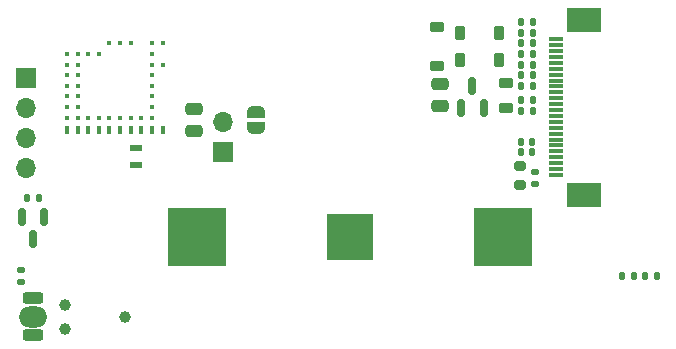
<source format=gbr>
%TF.GenerationSoftware,KiCad,Pcbnew,8.99.0-unknown-77b1d367df~178~ubuntu23.10.1*%
%TF.CreationDate,2024-11-07T11:46:47-05:00*%
%TF.ProjectId,nRF54L_ePaper,6e524635-344c-45f6-9550-617065722e6b,rev?*%
%TF.SameCoordinates,Original*%
%TF.FileFunction,Soldermask,Bot*%
%TF.FilePolarity,Negative*%
%FSLAX46Y46*%
G04 Gerber Fmt 4.6, Leading zero omitted, Abs format (unit mm)*
G04 Created by KiCad (PCBNEW 8.99.0-unknown-77b1d367df~178~ubuntu23.10.1) date 2024-11-07 11:46:47*
%MOMM*%
%LPD*%
G01*
G04 APERTURE LIST*
G04 Aperture macros list*
%AMRoundRect*
0 Rectangle with rounded corners*
0 $1 Rounding radius*
0 $2 $3 $4 $5 $6 $7 $8 $9 X,Y pos of 4 corners*
0 Add a 4 corners polygon primitive as box body*
4,1,4,$2,$3,$4,$5,$6,$7,$8,$9,$2,$3,0*
0 Add four circle primitives for the rounded corners*
1,1,$1+$1,$2,$3*
1,1,$1+$1,$4,$5*
1,1,$1+$1,$6,$7*
1,1,$1+$1,$8,$9*
0 Add four rect primitives between the rounded corners*
20,1,$1+$1,$2,$3,$4,$5,0*
20,1,$1+$1,$4,$5,$6,$7,0*
20,1,$1+$1,$6,$7,$8,$9,0*
20,1,$1+$1,$8,$9,$2,$3,0*%
%AMFreePoly0*
4,1,19,0.500000,-0.750000,0.000000,-0.750000,0.000000,-0.744911,-0.071157,-0.744911,-0.207708,-0.704816,-0.327430,-0.627875,-0.420627,-0.520320,-0.479746,-0.390866,-0.500000,-0.250000,-0.500000,0.250000,-0.479746,0.390866,-0.420627,0.520320,-0.327430,0.627875,-0.207708,0.704816,-0.071157,0.744911,0.000000,0.744911,0.000000,0.750000,0.500000,0.750000,0.500000,-0.750000,0.500000,-0.750000,
$1*%
%AMFreePoly1*
4,1,19,0.000000,0.744911,0.071157,0.744911,0.207708,0.704816,0.327430,0.627875,0.420627,0.520320,0.479746,0.390866,0.500000,0.250000,0.500000,-0.250000,0.479746,-0.390866,0.420627,-0.520320,0.327430,-0.627875,0.207708,-0.704816,0.071157,-0.744911,0.000000,-0.744911,0.000000,-0.750000,-0.500000,-0.750000,-0.500000,0.750000,0.000000,0.750000,0.000000,0.744911,0.000000,0.744911,
$1*%
G04 Aperture macros list end*
%ADD10R,1.700000X1.700000*%
%ADD11O,1.700000X1.700000*%
%ADD12C,0.990600*%
%ADD13RoundRect,0.135000X-0.135000X-0.185000X0.135000X-0.185000X0.135000X0.185000X-0.135000X0.185000X0*%
%ADD14RoundRect,0.135000X-0.185000X0.135000X-0.185000X-0.135000X0.185000X-0.135000X0.185000X0.135000X0*%
%ADD15RoundRect,0.140000X-0.140000X-0.170000X0.140000X-0.170000X0.140000X0.170000X-0.140000X0.170000X0*%
%ADD16RoundRect,0.225000X0.375000X-0.225000X0.375000X0.225000X-0.375000X0.225000X-0.375000X-0.225000X0*%
%ADD17R,1.300000X0.300000*%
%ADD18R,3.000000X2.000000*%
%ADD19FreePoly0,90.000000*%
%ADD20FreePoly1,90.000000*%
%ADD21RoundRect,0.225000X0.225000X0.375000X-0.225000X0.375000X-0.225000X-0.375000X0.225000X-0.375000X0*%
%ADD22RoundRect,0.200000X-0.275000X0.200000X-0.275000X-0.200000X0.275000X-0.200000X0.275000X0.200000X0*%
%ADD23RoundRect,0.135000X0.135000X0.185000X-0.135000X0.185000X-0.135000X-0.185000X0.135000X-0.185000X0*%
%ADD24R,5.000000X5.000000*%
%ADD25R,4.000000X4.000000*%
%ADD26O,2.400000X1.800000*%
%ADD27RoundRect,0.190000X-0.685000X0.285000X-0.685000X-0.285000X0.685000X-0.285000X0.685000X0.285000X0*%
%ADD28RoundRect,0.150000X-0.150000X0.587500X-0.150000X-0.587500X0.150000X-0.587500X0.150000X0.587500X0*%
%ADD29RoundRect,0.250000X0.475000X-0.250000X0.475000X0.250000X-0.475000X0.250000X-0.475000X-0.250000X0*%
%ADD30R,1.100000X0.600000*%
%ADD31RoundRect,0.150000X0.150000X-0.587500X0.150000X0.587500X-0.150000X0.587500X-0.150000X-0.587500X0*%
%ADD32C,0.400000*%
%ADD33R,0.400000X0.500000*%
%ADD34RoundRect,0.218750X-0.381250X0.218750X-0.381250X-0.218750X0.381250X-0.218750X0.381250X0.218750X0*%
G04 APERTURE END LIST*
D10*
%TO.C,JP2*%
X118300000Y-56775000D03*
D11*
X118300000Y-54235000D03*
%TD*%
D10*
%TO.C,J1*%
X101600000Y-50500000D03*
D11*
X101600000Y-53040000D03*
X101600000Y-55580000D03*
X101600000Y-58120000D03*
%TD*%
D12*
%TO.C,J4*%
X109940000Y-70800000D03*
X104860000Y-71816000D03*
X104860000Y-69784000D03*
%TD*%
D13*
%TO.C,R7*%
X101690000Y-60700000D03*
X102710000Y-60700000D03*
%TD*%
%TO.C,R9*%
X152080000Y-67300000D03*
X153100000Y-67300000D03*
%TD*%
D14*
%TO.C,R8*%
X101200000Y-66790000D03*
X101200000Y-67810000D03*
%TD*%
D15*
%TO.C,C23*%
X143495000Y-55925000D03*
X144455000Y-55925000D03*
%TD*%
D16*
%TO.C,D1*%
X136375000Y-49525000D03*
X136375000Y-46225000D03*
%TD*%
D17*
%TO.C,J2*%
X146450000Y-47250000D03*
X146450000Y-47750000D03*
X146450000Y-48250000D03*
X146450000Y-48750000D03*
X146450000Y-49250000D03*
X146450000Y-49750000D03*
X146450000Y-50250000D03*
X146450000Y-50750000D03*
X146450000Y-51250000D03*
X146450000Y-51750000D03*
X146450000Y-52250000D03*
X146450000Y-52750000D03*
X146450000Y-53250000D03*
X146450000Y-53750000D03*
X146450000Y-54250000D03*
X146450000Y-54750000D03*
X146450000Y-55250000D03*
X146450000Y-55750000D03*
X146450000Y-56250000D03*
X146450000Y-56750000D03*
X146450000Y-57250000D03*
X146450000Y-57750000D03*
X146450000Y-58250000D03*
X146450000Y-58750000D03*
D18*
X148800000Y-45600000D03*
X148800000Y-60400000D03*
%TD*%
D15*
%TO.C,C14*%
X143520000Y-46700000D03*
X144480000Y-46700000D03*
%TD*%
D19*
%TO.C,JP1*%
X121100000Y-54750000D03*
D20*
X121100000Y-53450000D03*
%TD*%
D21*
%TO.C,D3*%
X141600000Y-46700000D03*
X138300000Y-46700000D03*
%TD*%
D15*
%TO.C,C24*%
X143495000Y-56800000D03*
X144455000Y-56800000D03*
%TD*%
%TO.C,C20*%
X143520000Y-51200000D03*
X144480000Y-51200000D03*
%TD*%
D14*
%TO.C,R1*%
X144700000Y-58490000D03*
X144700000Y-59510000D03*
%TD*%
D15*
%TO.C,C15*%
X143520000Y-47600000D03*
X144480000Y-47600000D03*
%TD*%
D22*
%TO.C,R3*%
X143400000Y-57975000D03*
X143400000Y-59625000D03*
%TD*%
D15*
%TO.C,C22*%
X143520000Y-52400000D03*
X144480000Y-52400000D03*
%TD*%
%TO.C,C19*%
X143520000Y-50300000D03*
X144480000Y-50300000D03*
%TD*%
D23*
%TO.C,R10*%
X155000000Y-67300000D03*
X153980000Y-67300000D03*
%TD*%
D24*
%TO.C,BT1*%
X116050000Y-64000000D03*
X141950000Y-64000000D03*
D25*
X129000000Y-64000000D03*
%TD*%
D26*
%TO.C,D4*%
X102200000Y-70750000D03*
D27*
X102200000Y-69200000D03*
X102200000Y-72300000D03*
%TD*%
D28*
%TO.C,Q2*%
X101250000Y-62262500D03*
X103150000Y-62262500D03*
X102200000Y-64137500D03*
%TD*%
D15*
%TO.C,C18*%
X143520000Y-49400000D03*
X144480000Y-49400000D03*
%TD*%
D21*
%TO.C,D2*%
X141605000Y-49000000D03*
X138305000Y-49000000D03*
%TD*%
D15*
%TO.C,C17*%
X143520000Y-48500000D03*
X144480000Y-48500000D03*
%TD*%
D29*
%TO.C,C1*%
X115800000Y-55050000D03*
X115800000Y-53150000D03*
%TD*%
D15*
%TO.C,C21*%
X143520000Y-53300000D03*
X144480000Y-53300000D03*
%TD*%
D30*
%TO.C,Y2*%
X110900000Y-57875000D03*
X110900000Y-56475000D03*
%TD*%
D15*
%TO.C,C13*%
X143520000Y-45800000D03*
X144480000Y-45800000D03*
%TD*%
D29*
%TO.C,C2*%
X136630000Y-52940000D03*
X136630000Y-51040000D03*
%TD*%
D31*
%TO.C,Q1*%
X140337500Y-53087500D03*
X138437500Y-53087500D03*
X139387500Y-51212500D03*
%TD*%
D32*
%TO.C,U1*%
X113150000Y-47600000D03*
X113150000Y-49400000D03*
D33*
X113150000Y-55050000D03*
D32*
X113150000Y-54800000D03*
X112250000Y-47600000D03*
X112250000Y-48500000D03*
X112250000Y-49400000D03*
X112250000Y-50300000D03*
X112250000Y-51200000D03*
X112250000Y-52100000D03*
X112250000Y-53000000D03*
X112250000Y-53900000D03*
D33*
X112250000Y-55050000D03*
D32*
X112250000Y-54800000D03*
X111350000Y-53900000D03*
D33*
X111350000Y-55050000D03*
D32*
X111350000Y-54800000D03*
X110450000Y-47600000D03*
X110450000Y-53900000D03*
D33*
X110450000Y-55050000D03*
D32*
X110450000Y-54800000D03*
X109550000Y-47600000D03*
X109550000Y-53900000D03*
D33*
X109550000Y-55050000D03*
D32*
X109550000Y-54800000D03*
X108650000Y-47600000D03*
X108650000Y-53900000D03*
D33*
X108650000Y-55050000D03*
D32*
X108650000Y-54800000D03*
X107750000Y-48500000D03*
X107750000Y-53900000D03*
D33*
X107750000Y-55050000D03*
D32*
X107750000Y-54800000D03*
X106850000Y-48500000D03*
X106850000Y-53900000D03*
D33*
X106850000Y-55050000D03*
D32*
X106850000Y-54800000D03*
X105950000Y-48500000D03*
X105950000Y-49400000D03*
X105950000Y-50300000D03*
X105950000Y-51200000D03*
X105950000Y-52100000D03*
X105950000Y-53000000D03*
X105950000Y-53900000D03*
D33*
X105950000Y-55050000D03*
D32*
X105950000Y-54800000D03*
X105050000Y-48500000D03*
X105050000Y-49400000D03*
X105050000Y-50300000D03*
X105050000Y-51200000D03*
X105050000Y-52100000D03*
X105050000Y-53000000D03*
X105050000Y-53900000D03*
D33*
X105050000Y-55050000D03*
D32*
X105050000Y-54800000D03*
%TD*%
D34*
%TO.C,L4*%
X142200000Y-50937500D03*
X142200000Y-53062500D03*
%TD*%
M02*

</source>
